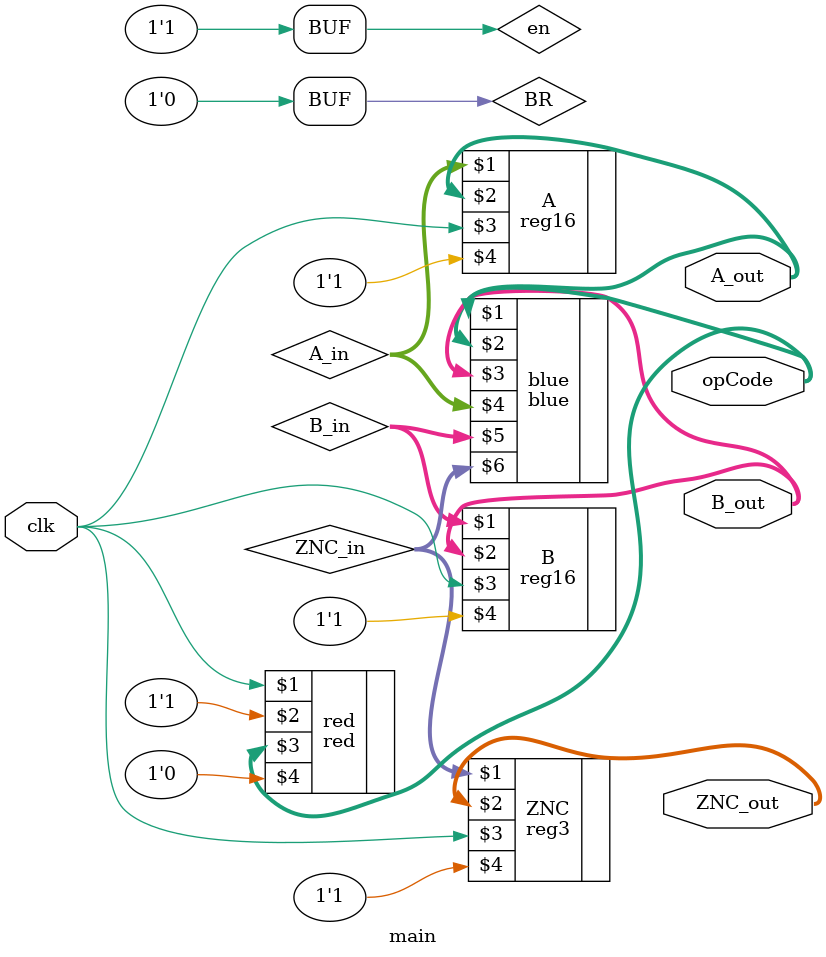
<source format=v>

module main(clk,A_out,B_out,ZNC_out,opCode);

    input clk;
    reg en;
    reg BR;
    assign BR = 0;
    assign en = 1;

    // System Outputs
    wire [15:0]A_in;
    wire [15:0]B_in;
    wire [2:0]ZNC_in;

    output [15:0]A_out;
    output [15:0]B_out;

    output [2:0]ZNC_out;
    output [15:0]opCode;

    red red(clk,en,opCode,BR);
    blue blue(opCode,A_out,B_out,A_in,B_in,ZNC_in);
    reg16 A(A_in,A_out,clk,en);
    reg16 B(B_in,B_out,clk,en);
    reg3 ZNC(ZNC_in,ZNC_out,clk,en);
endmodule
</source>
